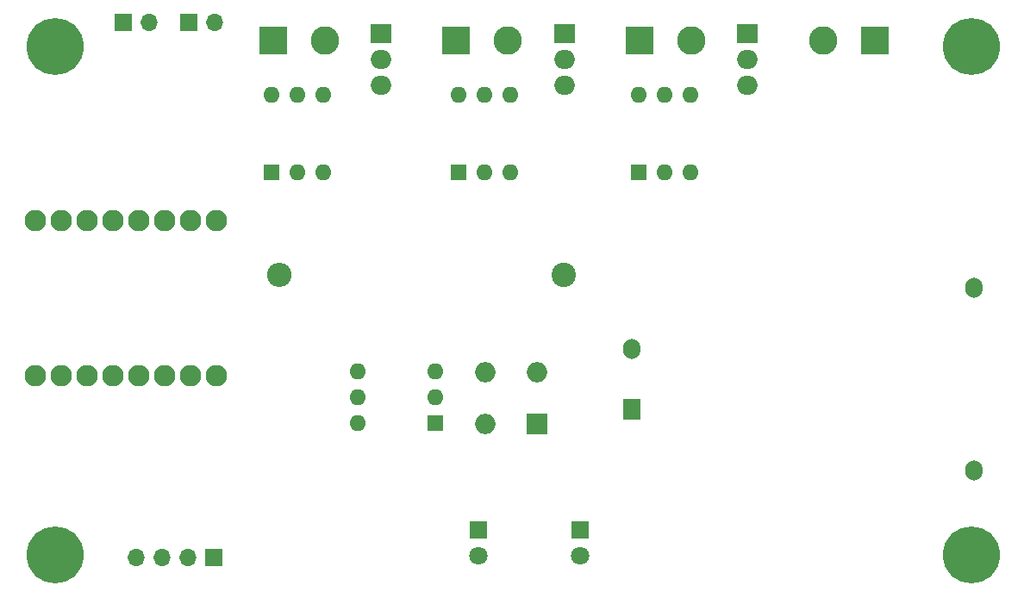
<source format=gbr>
%TF.GenerationSoftware,KiCad,Pcbnew,8.0.5*%
%TF.CreationDate,2024-10-31T00:03:13+01:00*%
%TF.ProjectId,HotPlate_Soldering,486f7450-6c61-4746-955f-536f6c646572,rev?*%
%TF.SameCoordinates,Original*%
%TF.FileFunction,Soldermask,Bot*%
%TF.FilePolarity,Negative*%
%FSLAX46Y46*%
G04 Gerber Fmt 4.6, Leading zero omitted, Abs format (unit mm)*
G04 Created by KiCad (PCBNEW 8.0.5) date 2024-10-31 00:03:13*
%MOMM*%
%LPD*%
G01*
G04 APERTURE LIST*
%ADD10O,2.400000X2.400000*%
%ADD11C,2.400000*%
%ADD12O,1.700000X2.000000*%
%ADD13R,1.700000X2.000000*%
%ADD14C,5.600000*%
%ADD15R,2.000000X2.000000*%
%ADD16O,2.000000X2.000000*%
%ADD17O,2.000000X1.905000*%
%ADD18R,2.000000X1.905000*%
%ADD19C,1.800000*%
%ADD20R,1.800000X1.800000*%
%ADD21O,1.700000X1.700000*%
%ADD22R,1.700000X1.700000*%
%ADD23C,2.109000*%
%ADD24C,2.800000*%
%ADD25R,2.800000X2.800000*%
%ADD26O,1.600000X1.600000*%
%ADD27R,1.600000X1.600000*%
G04 APERTURE END LIST*
D10*
%TO.C,R1*%
X96480000Y-111025000D03*
D11*
X124420000Y-111025000D03*
%TD*%
D12*
%TO.C,PS1*%
X164725000Y-112250000D03*
X164725000Y-130250000D03*
X131125000Y-118250000D03*
D13*
X131125000Y-124250000D03*
%TD*%
D14*
%TO.C,REF\u002A\u002A*%
X74500000Y-88575062D03*
%TD*%
D15*
%TO.C,D1*%
X121825000Y-125645000D03*
D16*
X121825000Y-120565000D03*
X116745000Y-120565000D03*
X116745000Y-125645000D03*
%TD*%
D14*
%TO.C,*%
X164500000Y-88575000D03*
%TD*%
D17*
%TO.C,Q1*%
X106500000Y-92380000D03*
X106500000Y-89840000D03*
D18*
X106500000Y-87300000D03*
%TD*%
D19*
%TO.C,D2*%
X116026191Y-138589187D03*
D20*
X116026191Y-136049187D03*
%TD*%
D21*
%TO.C,J1*%
X90190000Y-86225000D03*
D22*
X87650000Y-86225000D03*
%TD*%
D21*
%TO.C,J7*%
X82455000Y-138750000D03*
X84995000Y-138750000D03*
X87535000Y-138750000D03*
D22*
X90075000Y-138750000D03*
%TD*%
D23*
%TO.C,U2*%
X75065000Y-105680000D03*
X90305000Y-120920000D03*
X87765000Y-120920000D03*
X85225000Y-120920000D03*
X82685000Y-120920000D03*
X80145000Y-120920000D03*
X77605000Y-120920000D03*
X75065000Y-120920000D03*
X72525000Y-105680000D03*
X72525000Y-120920000D03*
X80145000Y-105680000D03*
X77605000Y-105680000D03*
X82685000Y-105680000D03*
X85225000Y-105680000D03*
X87765000Y-105680000D03*
X90305000Y-105680000D03*
%TD*%
D24*
%TO.C,J4*%
X118980000Y-87990000D03*
D25*
X113900000Y-87990000D03*
%TD*%
D24*
%TO.C,J6*%
X149920000Y-87990000D03*
D25*
X155000000Y-87990000D03*
%TD*%
D14*
%TO.C,*%
X164500000Y-138550062D03*
%TD*%
%TO.C,*%
X74500000Y-138550062D03*
%TD*%
D17*
%TO.C,Q2*%
X124500000Y-92380000D03*
X124500000Y-89840000D03*
D18*
X124500000Y-87300000D03*
%TD*%
D20*
%TO.C,D3*%
X126026191Y-136049187D03*
D19*
X126026191Y-138589187D03*
%TD*%
D24*
%TO.C,J3*%
X100980000Y-87990000D03*
D25*
X95900000Y-87990000D03*
%TD*%
D26*
%TO.C,U3*%
X95775000Y-93280000D03*
X98315000Y-93280000D03*
X100855000Y-93280000D03*
X100855000Y-100900000D03*
X98315000Y-100900000D03*
D27*
X95775000Y-100900000D03*
%TD*%
D21*
%TO.C,J2*%
X83740000Y-86225000D03*
D22*
X81200000Y-86225000D03*
%TD*%
D17*
%TO.C,Q3*%
X142500000Y-92380000D03*
X142500000Y-89840000D03*
D18*
X142500000Y-87300000D03*
%TD*%
D26*
%TO.C,U4*%
X114150000Y-93280000D03*
X116690000Y-93280000D03*
X119230000Y-93280000D03*
X119230000Y-100900000D03*
X116690000Y-100900000D03*
D27*
X114150000Y-100900000D03*
%TD*%
D24*
%TO.C,J5*%
X136980000Y-87990000D03*
D25*
X131900000Y-87990000D03*
%TD*%
D26*
%TO.C,U1*%
X104180000Y-125550000D03*
X104180000Y-123010000D03*
X104180000Y-120470000D03*
X111800000Y-120470000D03*
X111800000Y-123010000D03*
D27*
X111800000Y-125550000D03*
%TD*%
D26*
%TO.C,U5*%
X131825000Y-93275000D03*
X134365000Y-93275000D03*
X136905000Y-93275000D03*
X136905000Y-100895000D03*
X134365000Y-100895000D03*
D27*
X131825000Y-100895000D03*
%TD*%
M02*

</source>
